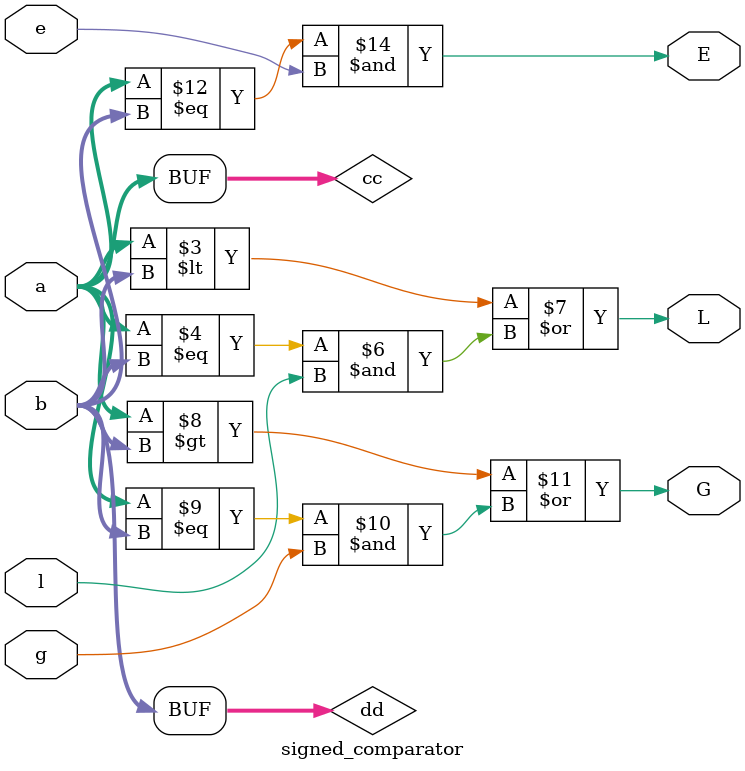
<source format=sv>
`timescale 1ns/1ns

module signed_comparator(input [15:0]a,b,input e,l,g, output E,L,G);
	wire [15:0]cc=a;
	wire [15:0]dd=b;
	assign cc=a;
	assign dd=b;
	assign cc[15]= ~a[15];
	assign dd[15]= ~b[15];
    assign #(736,992) L = (cc < dd) | ((cc == dd) & (l == 1'b1));
    assign #(848,880) G = (cc > dd) | ((cc == dd) & g);
    assign #(464,496) E = (cc == dd) & (e == 1'b1); 
endmodule

</source>
